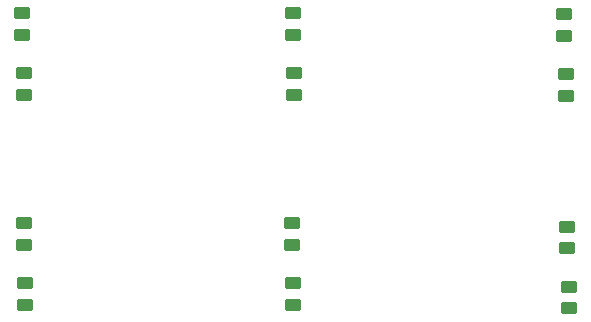
<source format=gbr>
%TF.GenerationSoftware,KiCad,Pcbnew,6.0.7-f9a2dced07~116~ubuntu20.04.1*%
%TF.CreationDate,2022-10-31T15:28:57+01:00*%
%TF.ProjectId,av_citynode_hw,61765f63-6974-4796-9e6f-64655f68772e,rev?*%
%TF.SameCoordinates,Original*%
%TF.FileFunction,Paste,Bot*%
%TF.FilePolarity,Positive*%
%FSLAX46Y46*%
G04 Gerber Fmt 4.6, Leading zero omitted, Abs format (unit mm)*
G04 Created by KiCad (PCBNEW 6.0.7-f9a2dced07~116~ubuntu20.04.1) date 2022-10-31 15:28:57*
%MOMM*%
%LPD*%
G01*
G04 APERTURE LIST*
G04 Aperture macros list*
%AMRoundRect*
0 Rectangle with rounded corners*
0 $1 Rounding radius*
0 $2 $3 $4 $5 $6 $7 $8 $9 X,Y pos of 4 corners*
0 Add a 4 corners polygon primitive as box body*
4,1,4,$2,$3,$4,$5,$6,$7,$8,$9,$2,$3,0*
0 Add four circle primitives for the rounded corners*
1,1,$1+$1,$2,$3*
1,1,$1+$1,$4,$5*
1,1,$1+$1,$6,$7*
1,1,$1+$1,$8,$9*
0 Add four rect primitives between the rounded corners*
20,1,$1+$1,$2,$3,$4,$5,0*
20,1,$1+$1,$4,$5,$6,$7,0*
20,1,$1+$1,$6,$7,$8,$9,0*
20,1,$1+$1,$8,$9,$2,$3,0*%
G04 Aperture macros list end*
%ADD10RoundRect,0.250000X0.450000X-0.262500X0.450000X0.262500X-0.450000X0.262500X-0.450000X-0.262500X0*%
%ADD11RoundRect,0.250000X-0.450000X0.262500X-0.450000X-0.262500X0.450000X-0.262500X0.450000X0.262500X0*%
G04 APERTURE END LIST*
D10*
%TO.C,R1*%
X35585000Y-105497000D03*
X35585000Y-103672000D03*
%TD*%
D11*
%TO.C,R2*%
X12758000Y-98592000D03*
X12758000Y-100417000D03*
%TD*%
D10*
%TO.C,R1*%
X58907000Y-105782000D03*
X58907000Y-103957000D03*
%TD*%
%TO.C,R1*%
X58685000Y-87797000D03*
X58685000Y-85972000D03*
%TD*%
%TO.C,R1*%
X12885000Y-105497000D03*
X12885000Y-103672000D03*
%TD*%
D11*
%TO.C,R2*%
X35458000Y-98592000D03*
X35458000Y-100417000D03*
%TD*%
%TO.C,R2*%
X12658000Y-80792000D03*
X12658000Y-82617000D03*
%TD*%
%TO.C,R2*%
X58558000Y-80892000D03*
X58558000Y-82717000D03*
%TD*%
D10*
%TO.C,R1*%
X12785000Y-87697000D03*
X12785000Y-85872000D03*
%TD*%
%TO.C,R1*%
X35685000Y-87697000D03*
X35685000Y-85872000D03*
%TD*%
D11*
%TO.C,R2*%
X35558000Y-80792000D03*
X35558000Y-82617000D03*
%TD*%
%TO.C,R2*%
X58780000Y-98877000D03*
X58780000Y-100702000D03*
%TD*%
M02*

</source>
